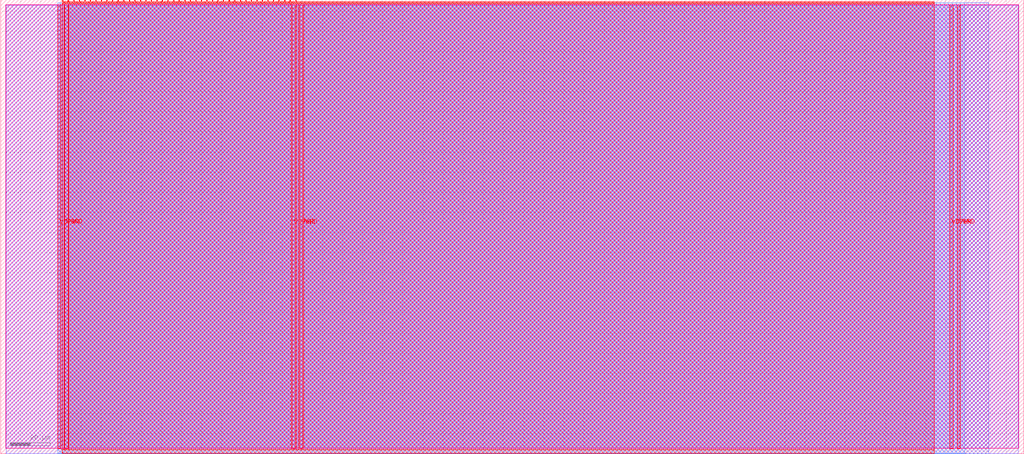
<source format=lef>
VERSION 5.7 ;
  NOWIREEXTENSIONATPIN ON ;
  DIVIDERCHAR "/" ;
  BUSBITCHARS "[]" ;
MACRO tt_um_kmakise_sram
  CLASS BLOCK ;
  FOREIGN tt_um_kmakise_sram ;
  ORIGIN 0.000 0.000 ;
  SIZE 508.760 BY 225.760 ;
  PIN VDPWR
    DIRECTION INOUT ;
    USE POWER ;
    PORT
      LAYER met4 ;
        RECT 28.280 2.480 29.880 223.280 ;
    END
    PORT
      LAYER met4 ;
        RECT 144.960 2.480 146.560 223.280 ;
    END
    PORT
      LAYER met4 ;
        RECT 471.960 2.480 473.560 223.280 ;
    END
  END VDPWR
  PIN VGND
    DIRECTION INOUT ;
    USE GROUND ;
    PORT
      LAYER met4 ;
        RECT 31.880 2.480 33.480 223.280 ;
    END
    PORT
      LAYER met4 ;
        RECT 148.560 2.480 150.160 223.280 ;
    END
    PORT
      LAYER met4 ;
        RECT 475.560 2.480 477.160 223.280 ;
    END
  END VGND
  PIN clk
    DIRECTION INPUT ;
    USE SIGNAL ;
    ANTENNAGATEAREA 0.852000 ;
    ANTENNADIFFAREA 0.434700 ;
    PORT
      LAYER met4 ;
        RECT 143.830 224.760 144.130 225.760 ;
    END
  END clk
  PIN ena
    DIRECTION INPUT ;
    USE SIGNAL ;
    PORT
      LAYER met4 ;
        RECT 146.590 224.760 146.890 225.760 ;
    END
  END ena
  PIN rst_n
    DIRECTION INPUT ;
    USE SIGNAL ;
    ANTENNAGATEAREA 0.196500 ;
    ANTENNADIFFAREA 0.434700 ;
    PORT
      LAYER met4 ;
        RECT 141.070 224.760 141.370 225.760 ;
    END
  END rst_n
  PIN ui_in[0]
    DIRECTION INPUT ;
    USE SIGNAL ;
    PORT
      LAYER met4 ;
        RECT 138.310 224.760 138.610 225.760 ;
    END
  END ui_in[0]
  PIN ui_in[1]
    DIRECTION INPUT ;
    USE SIGNAL ;
    PORT
      LAYER met4 ;
        RECT 135.550 224.760 135.850 225.760 ;
    END
  END ui_in[1]
  PIN ui_in[2]
    DIRECTION INPUT ;
    USE SIGNAL ;
    PORT
      LAYER met4 ;
        RECT 132.790 224.760 133.090 225.760 ;
    END
  END ui_in[2]
  PIN ui_in[3]
    DIRECTION INPUT ;
    USE SIGNAL ;
    ANTENNAGATEAREA 0.196500 ;
    ANTENNADIFFAREA 0.434700 ;
    PORT
      LAYER met4 ;
        RECT 130.030 224.760 130.330 225.760 ;
    END
  END ui_in[3]
  PIN ui_in[4]
    DIRECTION INPUT ;
    USE SIGNAL ;
    PORT
      LAYER met4 ;
        RECT 127.270 224.760 127.570 225.760 ;
    END
  END ui_in[4]
  PIN ui_in[5]
    DIRECTION INPUT ;
    USE SIGNAL ;
    PORT
      LAYER met4 ;
        RECT 124.510 224.760 124.810 225.760 ;
    END
  END ui_in[5]
  PIN ui_in[6]
    DIRECTION INPUT ;
    USE SIGNAL ;
    PORT
      LAYER met4 ;
        RECT 121.750 224.760 122.050 225.760 ;
    END
  END ui_in[6]
  PIN ui_in[7]
    DIRECTION INPUT ;
    USE SIGNAL ;
    PORT
      LAYER met4 ;
        RECT 118.990 224.760 119.290 225.760 ;
    END
  END ui_in[7]
  PIN uio_in[0]
    DIRECTION INPUT ;
    USE SIGNAL ;
    PORT
      LAYER met4 ;
        RECT 116.230 224.760 116.530 225.760 ;
    END
  END uio_in[0]
  PIN uio_in[1]
    DIRECTION INPUT ;
    USE SIGNAL ;
    PORT
      LAYER met4 ;
        RECT 113.470 224.760 113.770 225.760 ;
    END
  END uio_in[1]
  PIN uio_in[2]
    DIRECTION INPUT ;
    USE SIGNAL ;
    PORT
      LAYER met4 ;
        RECT 110.710 224.760 111.010 225.760 ;
    END
  END uio_in[2]
  PIN uio_in[3]
    DIRECTION INPUT ;
    USE SIGNAL ;
    PORT
      LAYER met4 ;
        RECT 107.950 224.760 108.250 225.760 ;
    END
  END uio_in[3]
  PIN uio_in[4]
    DIRECTION INPUT ;
    USE SIGNAL ;
    PORT
      LAYER met4 ;
        RECT 105.190 224.760 105.490 225.760 ;
    END
  END uio_in[4]
  PIN uio_in[5]
    DIRECTION INPUT ;
    USE SIGNAL ;
    PORT
      LAYER met4 ;
        RECT 102.430 224.760 102.730 225.760 ;
    END
  END uio_in[5]
  PIN uio_in[6]
    DIRECTION INPUT ;
    USE SIGNAL ;
    PORT
      LAYER met4 ;
        RECT 99.670 224.760 99.970 225.760 ;
    END
  END uio_in[6]
  PIN uio_in[7]
    DIRECTION INPUT ;
    USE SIGNAL ;
    PORT
      LAYER met4 ;
        RECT 96.910 224.760 97.210 225.760 ;
    END
  END uio_in[7]
  PIN uio_oe[0]
    DIRECTION OUTPUT ;
    USE SIGNAL ;
    PORT
      LAYER met4 ;
        RECT 49.990 224.760 50.290 225.760 ;
    END
  END uio_oe[0]
  PIN uio_oe[1]
    DIRECTION OUTPUT ;
    USE SIGNAL ;
    PORT
      LAYER met4 ;
        RECT 47.230 224.760 47.530 225.760 ;
    END
  END uio_oe[1]
  PIN uio_oe[2]
    DIRECTION OUTPUT ;
    USE SIGNAL ;
    PORT
      LAYER met4 ;
        RECT 44.470 224.760 44.770 225.760 ;
    END
  END uio_oe[2]
  PIN uio_oe[3]
    DIRECTION OUTPUT ;
    USE SIGNAL ;
    PORT
      LAYER met4 ;
        RECT 41.710 224.760 42.010 225.760 ;
    END
  END uio_oe[3]
  PIN uio_oe[4]
    DIRECTION OUTPUT ;
    USE SIGNAL ;
    PORT
      LAYER met4 ;
        RECT 38.950 224.760 39.250 225.760 ;
    END
  END uio_oe[4]
  PIN uio_oe[5]
    DIRECTION OUTPUT ;
    USE SIGNAL ;
    PORT
      LAYER met4 ;
        RECT 36.190 224.760 36.490 225.760 ;
    END
  END uio_oe[5]
  PIN uio_oe[6]
    DIRECTION OUTPUT ;
    USE SIGNAL ;
    PORT
      LAYER met4 ;
        RECT 33.430 224.760 33.730 225.760 ;
    END
  END uio_oe[6]
  PIN uio_oe[7]
    DIRECTION OUTPUT ;
    USE SIGNAL ;
    PORT
      LAYER met4 ;
        RECT 30.670 224.760 30.970 225.760 ;
    END
  END uio_oe[7]
  PIN uio_out[0]
    DIRECTION OUTPUT ;
    USE SIGNAL ;
    PORT
      LAYER met4 ;
        RECT 72.070 224.760 72.370 225.760 ;
    END
  END uio_out[0]
  PIN uio_out[1]
    DIRECTION OUTPUT ;
    USE SIGNAL ;
    PORT
      LAYER met4 ;
        RECT 69.310 224.760 69.610 225.760 ;
    END
  END uio_out[1]
  PIN uio_out[2]
    DIRECTION OUTPUT ;
    USE SIGNAL ;
    PORT
      LAYER met4 ;
        RECT 66.550 224.760 66.850 225.760 ;
    END
  END uio_out[2]
  PIN uio_out[3]
    DIRECTION OUTPUT ;
    USE SIGNAL ;
    PORT
      LAYER met4 ;
        RECT 63.790 224.760 64.090 225.760 ;
    END
  END uio_out[3]
  PIN uio_out[4]
    DIRECTION OUTPUT ;
    USE SIGNAL ;
    ANTENNADIFFAREA 0.891000 ;
    PORT
      LAYER met4 ;
        RECT 61.030 224.760 61.330 225.760 ;
    END
  END uio_out[4]
  PIN uio_out[5]
    DIRECTION OUTPUT ;
    USE SIGNAL ;
    PORT
      LAYER met4 ;
        RECT 58.270 224.760 58.570 225.760 ;
    END
  END uio_out[5]
  PIN uio_out[6]
    DIRECTION OUTPUT ;
    USE SIGNAL ;
    PORT
      LAYER met4 ;
        RECT 55.510 224.760 55.810 225.760 ;
    END
  END uio_out[6]
  PIN uio_out[7]
    DIRECTION OUTPUT ;
    USE SIGNAL ;
    PORT
      LAYER met4 ;
        RECT 52.750 224.760 53.050 225.760 ;
    END
  END uio_out[7]
  PIN uo_out[0]
    DIRECTION OUTPUT ;
    USE SIGNAL ;
    PORT
      LAYER met4 ;
        RECT 94.150 224.760 94.450 225.760 ;
    END
  END uo_out[0]
  PIN uo_out[1]
    DIRECTION OUTPUT ;
    USE SIGNAL ;
    PORT
      LAYER met4 ;
        RECT 91.390 224.760 91.690 225.760 ;
    END
  END uo_out[1]
  PIN uo_out[2]
    DIRECTION OUTPUT ;
    USE SIGNAL ;
    PORT
      LAYER met4 ;
        RECT 88.630 224.760 88.930 225.760 ;
    END
  END uo_out[2]
  PIN uo_out[3]
    DIRECTION OUTPUT ;
    USE SIGNAL ;
    PORT
      LAYER met4 ;
        RECT 85.870 224.760 86.170 225.760 ;
    END
  END uo_out[3]
  PIN uo_out[4]
    DIRECTION OUTPUT ;
    USE SIGNAL ;
    PORT
      LAYER met4 ;
        RECT 83.110 224.760 83.410 225.760 ;
    END
  END uo_out[4]
  PIN uo_out[5]
    DIRECTION OUTPUT ;
    USE SIGNAL ;
    PORT
      LAYER met4 ;
        RECT 80.350 224.760 80.650 225.760 ;
    END
  END uo_out[5]
  PIN uo_out[6]
    DIRECTION OUTPUT ;
    USE SIGNAL ;
    ANTENNADIFFAREA 0.795200 ;
    PORT
      LAYER met4 ;
        RECT 77.590 224.760 77.890 225.760 ;
    END
  END uo_out[6]
  PIN uo_out[7]
    DIRECTION OUTPUT ;
    USE SIGNAL ;
    ANTENNADIFFAREA 0.795200 ;
    PORT
      LAYER met4 ;
        RECT 74.830 224.760 75.130 225.760 ;
    END
  END uo_out[7]
  OBS
      LAYER nwell ;
        RECT 2.570 2.635 506.190 223.230 ;
      LAYER li1 ;
        RECT 2.760 2.635 506.000 223.125 ;
      LAYER met1 ;
        RECT 2.760 0.040 506.000 223.280 ;
      LAYER met2 ;
        RECT 28.310 0.010 491.180 224.245 ;
      LAYER met3 ;
        RECT 28.290 0.175 479.255 224.225 ;
      LAYER met4 ;
        RECT 31.370 224.360 33.030 224.760 ;
        RECT 34.130 224.360 35.790 224.760 ;
        RECT 36.890 224.360 38.550 224.760 ;
        RECT 39.650 224.360 41.310 224.760 ;
        RECT 42.410 224.360 44.070 224.760 ;
        RECT 45.170 224.360 46.830 224.760 ;
        RECT 47.930 224.360 49.590 224.760 ;
        RECT 50.690 224.360 52.350 224.760 ;
        RECT 53.450 224.360 55.110 224.760 ;
        RECT 56.210 224.360 57.870 224.760 ;
        RECT 58.970 224.360 60.630 224.760 ;
        RECT 61.730 224.360 63.390 224.760 ;
        RECT 64.490 224.360 66.150 224.760 ;
        RECT 67.250 224.360 68.910 224.760 ;
        RECT 70.010 224.360 71.670 224.760 ;
        RECT 72.770 224.360 74.430 224.760 ;
        RECT 75.530 224.360 77.190 224.760 ;
        RECT 78.290 224.360 79.950 224.760 ;
        RECT 81.050 224.360 82.710 224.760 ;
        RECT 83.810 224.360 85.470 224.760 ;
        RECT 86.570 224.360 88.230 224.760 ;
        RECT 89.330 224.360 90.990 224.760 ;
        RECT 92.090 224.360 93.750 224.760 ;
        RECT 94.850 224.360 96.510 224.760 ;
        RECT 97.610 224.360 99.270 224.760 ;
        RECT 100.370 224.360 102.030 224.760 ;
        RECT 103.130 224.360 104.790 224.760 ;
        RECT 105.890 224.360 107.550 224.760 ;
        RECT 108.650 224.360 110.310 224.760 ;
        RECT 111.410 224.360 113.070 224.760 ;
        RECT 114.170 224.360 115.830 224.760 ;
        RECT 116.930 224.360 118.590 224.760 ;
        RECT 119.690 224.360 121.350 224.760 ;
        RECT 122.450 224.360 124.110 224.760 ;
        RECT 125.210 224.360 126.870 224.760 ;
        RECT 127.970 224.360 129.630 224.760 ;
        RECT 130.730 224.360 132.390 224.760 ;
        RECT 133.490 224.360 135.150 224.760 ;
        RECT 136.250 224.360 137.910 224.760 ;
        RECT 139.010 224.360 140.670 224.760 ;
        RECT 141.770 224.360 143.430 224.760 ;
        RECT 144.530 224.360 146.190 224.760 ;
        RECT 147.290 224.360 464.305 224.760 ;
        RECT 30.655 223.680 464.305 224.360 ;
        RECT 30.655 2.080 31.480 223.680 ;
        RECT 33.880 2.080 144.560 223.680 ;
        RECT 146.960 2.080 148.160 223.680 ;
        RECT 150.560 2.080 464.305 223.680 ;
        RECT 30.655 0.175 464.305 2.080 ;
  END
END tt_um_kmakise_sram
END LIBRARY


</source>
